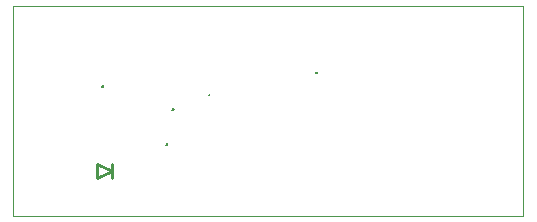
<source format=gto>
G04*
G04 #@! TF.GenerationSoftware,Altium Limited,Altium Designer,24.2.2 (26)*
G04*
G04 Layer_Color=65535*
%FSLAX44Y44*%
%MOMM*%
G71*
G04*
G04 #@! TF.SameCoordinates,84A61C28-107D-4167-A594-B99BE37EB826*
G04*
G04*
G04 #@! TF.FilePolarity,Positive*
G04*
G01*
G75*
%ADD10C,0.1500*%
%ADD11C,0.2500*%
%ADD12C,0.1000*%
D10*
X166024Y102649D02*
G03*
X166024Y102649I-500J0D01*
G01*
D11*
X135270Y90270D02*
G03*
X135270Y90270I-500J0D01*
G01*
X75697Y109700D02*
G03*
X75697Y109700I-500J0D01*
G01*
X256700Y121050D02*
G03*
X256700Y121050I-500J0D01*
G01*
X130165Y60870D02*
G03*
X130165Y60870I-500J0D01*
G01*
X71150Y38000D02*
Y44000D01*
X83150Y38000D01*
Y44000D01*
Y32000D02*
Y38000D01*
X71150Y32000D02*
X83150Y38000D01*
X71150Y32000D02*
Y38000D01*
D12*
X0Y177800D02*
X431800D01*
Y0D02*
Y177800D01*
X0Y0D02*
X431800D01*
X0D02*
Y177800D01*
M02*

</source>
